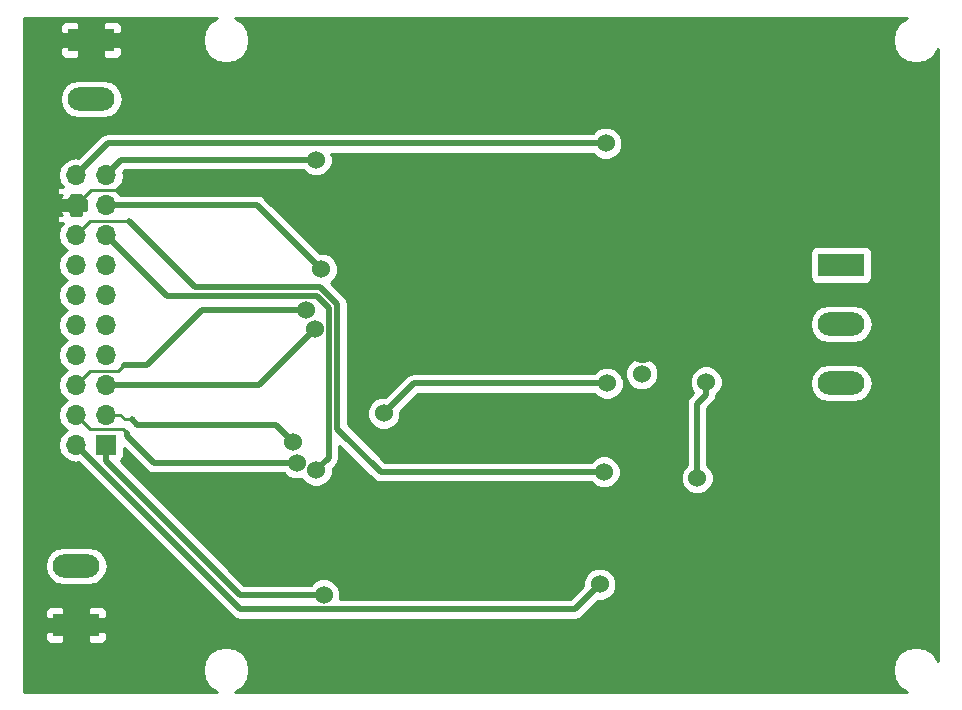
<source format=gbr>
G04 #@! TF.FileFunction,Copper,L2,Bot,Signal*
%FSLAX46Y46*%
G04 Gerber Fmt 4.6, Leading zero omitted, Abs format (unit mm)*
G04 Created by KiCad (PCBNEW 4.0.6) date 05/21/18 13:30:20*
%MOMM*%
%LPD*%
G01*
G04 APERTURE LIST*
%ADD10C,0.100000*%
%ADD11R,1.700000X1.700000*%
%ADD12O,1.700000X1.700000*%
%ADD13R,3.960000X1.980000*%
%ADD14O,3.960000X1.980000*%
%ADD15C,1.524000*%
%ADD16C,0.500000*%
%ADD17C,0.250000*%
%ADD18C,3.000000*%
%ADD19C,0.254000*%
G04 APERTURE END LIST*
D10*
D11*
X172720000Y-128270000D03*
D12*
X170180000Y-128270000D03*
X172720000Y-125730000D03*
X170180000Y-125730000D03*
X172720000Y-123190000D03*
X170180000Y-123190000D03*
X172720000Y-120650000D03*
X170180000Y-120650000D03*
X172720000Y-118110000D03*
X170180000Y-118110000D03*
X172720000Y-115570000D03*
X170180000Y-115570000D03*
X172720000Y-113030000D03*
X170180000Y-113030000D03*
X172720000Y-110490000D03*
X170180000Y-110490000D03*
X172720000Y-107950000D03*
X170180000Y-107950000D03*
X172720000Y-105410000D03*
X170180000Y-105410000D03*
D13*
X234950000Y-113030000D03*
D14*
X234950000Y-118030000D03*
X234950000Y-123030000D03*
D13*
X170180000Y-143510000D03*
D14*
X170180000Y-138510000D03*
D13*
X171450000Y-93980000D03*
D14*
X171450000Y-98980000D03*
D15*
X191135000Y-140970000D03*
X214503000Y-140081000D03*
X188563486Y-128047514D03*
X188849000Y-129794000D03*
X196215000Y-125603000D03*
X215138000Y-123063000D03*
X190373000Y-118491000D03*
X189611000Y-116840000D03*
X190500000Y-130429000D03*
X214884000Y-130556000D03*
X222758000Y-131064000D03*
X223520000Y-122936000D03*
X190950010Y-113411000D03*
X190500000Y-104140000D03*
X241300000Y-102870000D03*
X241300000Y-100330000D03*
X240790201Y-129540000D03*
X240790201Y-132208799D03*
X238760000Y-105410000D03*
X240790201Y-109424201D03*
X237871000Y-139700000D03*
X237871000Y-140922000D03*
X237871000Y-142574497D03*
X238760000Y-107394000D03*
X218061540Y-114300000D03*
X218061540Y-116840000D03*
X218061540Y-119380000D03*
X218061540Y-120508418D03*
X218061540Y-115570000D03*
X218061540Y-122232421D03*
X215011000Y-102743000D03*
D16*
X191135000Y-140970000D02*
X184070000Y-140970000D01*
X184070000Y-140970000D02*
X172720000Y-129620000D01*
X172720000Y-129620000D02*
X172720000Y-128270000D01*
X213741001Y-140842999D02*
X214503000Y-140081000D01*
X212401999Y-142182001D02*
X213741001Y-140842999D01*
X170180000Y-128270000D02*
X184092001Y-142182001D01*
X184092001Y-142182001D02*
X212401999Y-142182001D01*
D17*
X172720000Y-125730000D02*
X173922081Y-125730000D01*
X173922081Y-125730000D02*
X174303081Y-126111000D01*
X174303081Y-126111000D02*
X174879000Y-126111000D01*
D16*
X175321990Y-126553990D02*
X174879000Y-126111000D01*
X188563486Y-128047514D02*
X187069962Y-126553990D01*
X187069962Y-126553990D02*
X175321990Y-126553990D01*
D17*
X170180000Y-125730000D02*
X171355001Y-126905001D01*
X171355001Y-126905001D02*
X174149001Y-126905001D01*
X174149001Y-126905001D02*
X174498000Y-127254000D01*
D16*
X174498000Y-127537998D02*
X174498000Y-127254000D01*
X188849000Y-129794000D02*
X176754002Y-129794000D01*
X176754002Y-129794000D02*
X174498000Y-127537998D01*
X198755000Y-123063000D02*
X196215000Y-125603000D01*
X215138000Y-123063000D02*
X198755000Y-123063000D01*
X172720000Y-123190000D02*
X185674000Y-123190000D01*
X185674000Y-123190000D02*
X190373000Y-118491000D01*
D17*
X170180000Y-123190000D02*
X171355001Y-122014999D01*
X171355001Y-122014999D02*
X173768001Y-122014999D01*
X173768001Y-122014999D02*
X174244000Y-121539000D01*
D16*
X176149000Y-121539000D02*
X174244000Y-121539000D01*
X180848000Y-116840000D02*
X176149000Y-121539000D01*
X189611000Y-116840000D02*
X180848000Y-116840000D01*
X190500000Y-130429000D02*
X191585002Y-129343998D01*
X191585002Y-129343998D02*
X191585002Y-116639238D01*
X173569999Y-111339999D02*
X172720000Y-110490000D01*
X191585002Y-116639238D02*
X190573762Y-115627998D01*
X190573762Y-115627998D02*
X177857998Y-115627998D01*
X177857998Y-115627998D02*
X173569999Y-111339999D01*
X180237988Y-114927987D02*
X174625000Y-109314999D01*
X192285013Y-116349284D02*
X190863716Y-114927987D01*
X190863716Y-114927987D02*
X180237988Y-114927987D01*
X192285013Y-126880013D02*
X192285013Y-116349284D01*
X195961000Y-130556000D02*
X192285013Y-126880013D01*
X214884000Y-130556000D02*
X195961000Y-130556000D01*
D17*
X171355001Y-109314999D02*
X174625000Y-109314999D01*
X174625000Y-109314999D02*
X174719999Y-109314999D01*
X170180000Y-110490000D02*
X171355001Y-109314999D01*
D16*
X222758000Y-124775630D02*
X222758000Y-131064000D01*
X223520000Y-122936000D02*
X223520000Y-124013630D01*
X223520000Y-124013630D02*
X222758000Y-124775630D01*
X172720000Y-107950000D02*
X185489010Y-107950000D01*
X185489010Y-107950000D02*
X190188011Y-112649001D01*
X190188011Y-112649001D02*
X190950010Y-113411000D01*
X190500000Y-104140000D02*
X173990000Y-104140000D01*
X173990000Y-104140000D02*
X172720000Y-105410000D01*
X208341340Y-106680000D02*
X174244000Y-106680000D01*
D17*
X170180000Y-107950000D02*
X171450000Y-106680000D01*
X171450000Y-106680000D02*
X174244000Y-106680000D01*
D16*
X174244000Y-106680000D02*
X173990000Y-106680000D01*
X218061540Y-114300000D02*
X215961340Y-114300000D01*
X215961340Y-114300000D02*
X208341340Y-106680000D01*
D18*
X218061540Y-114300000D02*
X224967540Y-107394000D01*
X224967540Y-107394000D02*
X238760000Y-107394000D01*
X218061540Y-114300000D02*
X218061540Y-118588659D01*
X218061540Y-118588659D02*
X218061540Y-119770420D01*
D16*
X215011000Y-102743000D02*
X172847000Y-102743000D01*
X172847000Y-102743000D02*
X170180000Y-105410000D01*
D19*
G36*
X182122287Y-92150719D02*
X181479929Y-92579929D01*
X181050719Y-93222287D01*
X180900000Y-93980000D01*
X181050719Y-94737713D01*
X181479929Y-95380071D01*
X182122287Y-95809281D01*
X182880000Y-95960000D01*
X183637713Y-95809281D01*
X184280071Y-95380071D01*
X184709281Y-94737713D01*
X184860000Y-93980000D01*
X184709281Y-93222287D01*
X184280071Y-92579929D01*
X183637713Y-92150719D01*
X183634098Y-92150000D01*
X240545902Y-92150000D01*
X240542287Y-92150719D01*
X239899929Y-92579929D01*
X239470719Y-93222287D01*
X239320000Y-93980000D01*
X239470719Y-94737713D01*
X239899929Y-95380071D01*
X240542287Y-95809281D01*
X241300000Y-95960000D01*
X242057713Y-95809281D01*
X242700071Y-95380071D01*
X243129281Y-94737713D01*
X243130000Y-94734098D01*
X243130000Y-146565902D01*
X243129281Y-146562287D01*
X242700071Y-145919929D01*
X242057713Y-145490719D01*
X241300000Y-145340000D01*
X240542287Y-145490719D01*
X239899929Y-145919929D01*
X239470719Y-146562287D01*
X239320000Y-147320000D01*
X239470719Y-148077713D01*
X239899929Y-148720071D01*
X240542287Y-149149281D01*
X240545902Y-149150000D01*
X183634098Y-149150000D01*
X183637713Y-149149281D01*
X184280071Y-148720071D01*
X184709281Y-148077713D01*
X184860000Y-147320000D01*
X184709281Y-146562287D01*
X184280071Y-145919929D01*
X183637713Y-145490719D01*
X182880000Y-145340000D01*
X182122287Y-145490719D01*
X181479929Y-145919929D01*
X181050719Y-146562287D01*
X180900000Y-147320000D01*
X181050719Y-148077713D01*
X181479929Y-148720071D01*
X182122287Y-149149281D01*
X182125902Y-149150000D01*
X165810000Y-149150000D01*
X165810000Y-144163750D01*
X167565000Y-144163750D01*
X167565000Y-144626309D01*
X167661673Y-144859698D01*
X167840301Y-145038327D01*
X168073690Y-145135000D01*
X169031250Y-145135000D01*
X169190000Y-144976250D01*
X169190000Y-144005000D01*
X171170000Y-144005000D01*
X171170000Y-144976250D01*
X171328750Y-145135000D01*
X172286310Y-145135000D01*
X172519699Y-145038327D01*
X172698327Y-144859698D01*
X172795000Y-144626309D01*
X172795000Y-144163750D01*
X172636250Y-144005000D01*
X171170000Y-144005000D01*
X169190000Y-144005000D01*
X167723750Y-144005000D01*
X167565000Y-144163750D01*
X165810000Y-144163750D01*
X165810000Y-142393691D01*
X167565000Y-142393691D01*
X167565000Y-142856250D01*
X167723750Y-143015000D01*
X169190000Y-143015000D01*
X169190000Y-142043750D01*
X171170000Y-142043750D01*
X171170000Y-143015000D01*
X172636250Y-143015000D01*
X172795000Y-142856250D01*
X172795000Y-142393691D01*
X172698327Y-142160302D01*
X172519699Y-141981673D01*
X172286310Y-141885000D01*
X171328750Y-141885000D01*
X171170000Y-142043750D01*
X169190000Y-142043750D01*
X169031250Y-141885000D01*
X168073690Y-141885000D01*
X167840301Y-141981673D01*
X167661673Y-142160302D01*
X167565000Y-142393691D01*
X165810000Y-142393691D01*
X165810000Y-138510000D01*
X167513769Y-138510000D01*
X167637465Y-139131861D01*
X167989720Y-139659049D01*
X168516908Y-140011304D01*
X169138769Y-140135000D01*
X171221231Y-140135000D01*
X171843092Y-140011304D01*
X172370280Y-139659049D01*
X172722535Y-139131861D01*
X172846231Y-138510000D01*
X172722535Y-137888139D01*
X172370280Y-137360951D01*
X171843092Y-137008696D01*
X171221231Y-136885000D01*
X169138769Y-136885000D01*
X168516908Y-137008696D01*
X167989720Y-137360951D01*
X167637465Y-137888139D01*
X167513769Y-138510000D01*
X165810000Y-138510000D01*
X165810000Y-106465000D01*
X168552998Y-106465000D01*
X168552998Y-107100000D01*
X168979840Y-107100000D01*
X168841119Y-107307644D01*
X168923690Y-107525000D01*
X169755000Y-107525000D01*
X169755000Y-107100000D01*
X170605000Y-107100000D01*
X170605000Y-107525000D01*
X171030000Y-107525000D01*
X171030000Y-108375000D01*
X170605000Y-108375000D01*
X170605000Y-108800000D01*
X169755000Y-108800000D01*
X169755000Y-108375000D01*
X168923690Y-108375000D01*
X168841119Y-108592356D01*
X168979840Y-108800000D01*
X168552998Y-108800000D01*
X168552998Y-109435000D01*
X169108255Y-109435000D01*
X169100853Y-109439946D01*
X168778946Y-109921715D01*
X168665907Y-110490000D01*
X168778946Y-111058285D01*
X169100853Y-111540054D01*
X169430026Y-111760000D01*
X169100853Y-111979946D01*
X168778946Y-112461715D01*
X168665907Y-113030000D01*
X168778946Y-113598285D01*
X169100853Y-114080054D01*
X169430026Y-114300000D01*
X169100853Y-114519946D01*
X168778946Y-115001715D01*
X168665907Y-115570000D01*
X168778946Y-116138285D01*
X169100853Y-116620054D01*
X169430026Y-116840000D01*
X169100853Y-117059946D01*
X168778946Y-117541715D01*
X168665907Y-118110000D01*
X168778946Y-118678285D01*
X169100853Y-119160054D01*
X169430026Y-119380000D01*
X169100853Y-119599946D01*
X168778946Y-120081715D01*
X168665907Y-120650000D01*
X168778946Y-121218285D01*
X169100853Y-121700054D01*
X169430026Y-121920000D01*
X169100853Y-122139946D01*
X168778946Y-122621715D01*
X168665907Y-123190000D01*
X168778946Y-123758285D01*
X169100853Y-124240054D01*
X169430026Y-124460000D01*
X169100853Y-124679946D01*
X168778946Y-125161715D01*
X168665907Y-125730000D01*
X168778946Y-126298285D01*
X169100853Y-126780054D01*
X169430026Y-127000000D01*
X169100853Y-127219946D01*
X168778946Y-127701715D01*
X168665907Y-128270000D01*
X168778946Y-128838285D01*
X169100853Y-129320054D01*
X169582622Y-129641961D01*
X170150907Y-129755000D01*
X170209093Y-129755000D01*
X170379520Y-129721100D01*
X183466209Y-142807788D01*
X183466211Y-142807791D01*
X183753326Y-142999634D01*
X184092001Y-143067001D01*
X212401994Y-143067001D01*
X212401999Y-143067002D01*
X212684483Y-143010811D01*
X212740674Y-142999634D01*
X213027789Y-142807791D01*
X213027790Y-142807790D01*
X214357705Y-141477874D01*
X214779661Y-141478242D01*
X215293303Y-141266010D01*
X215686629Y-140873370D01*
X215899757Y-140360100D01*
X215900242Y-139804339D01*
X215688010Y-139290697D01*
X215295370Y-138897371D01*
X214782100Y-138684243D01*
X214226339Y-138683758D01*
X213712697Y-138895990D01*
X213319371Y-139288630D01*
X213106243Y-139801900D01*
X213105872Y-140226549D01*
X212035419Y-141297001D01*
X192511867Y-141297001D01*
X192531757Y-141249100D01*
X192532242Y-140693339D01*
X192320010Y-140179697D01*
X191927370Y-139786371D01*
X191414100Y-139573243D01*
X190858339Y-139572758D01*
X190344697Y-139784990D01*
X190044163Y-140085000D01*
X184436579Y-140085000D01*
X173969252Y-129617672D01*
X174021441Y-129584090D01*
X174166431Y-129371890D01*
X174217440Y-129120000D01*
X174217440Y-128509018D01*
X176128210Y-130419787D01*
X176128212Y-130419790D01*
X176415327Y-130611633D01*
X176471518Y-130622810D01*
X176754002Y-130679001D01*
X176754007Y-130679000D01*
X187758522Y-130679000D01*
X188056630Y-130977629D01*
X188569900Y-131190757D01*
X189125661Y-131191242D01*
X189277477Y-131128513D01*
X189314990Y-131219303D01*
X189707630Y-131612629D01*
X190220900Y-131825757D01*
X190776661Y-131826242D01*
X191290303Y-131614010D01*
X191683629Y-131221370D01*
X191896757Y-130708100D01*
X191897128Y-130283452D01*
X192210789Y-129969790D01*
X192210792Y-129969788D01*
X192345996Y-129767440D01*
X192402636Y-129682672D01*
X192470003Y-129343998D01*
X192470002Y-129343993D01*
X192470002Y-128316582D01*
X195335208Y-131181787D01*
X195335210Y-131181790D01*
X195622325Y-131373633D01*
X195678516Y-131384810D01*
X195961000Y-131441001D01*
X195961005Y-131441000D01*
X213793522Y-131441000D01*
X214091630Y-131739629D01*
X214604900Y-131952757D01*
X215160661Y-131953242D01*
X215674303Y-131741010D01*
X216067629Y-131348370D01*
X216070830Y-131340661D01*
X221360758Y-131340661D01*
X221572990Y-131854303D01*
X221965630Y-132247629D01*
X222478900Y-132460757D01*
X223034661Y-132461242D01*
X223548303Y-132249010D01*
X223941629Y-131856370D01*
X224154757Y-131343100D01*
X224155242Y-130787339D01*
X223943010Y-130273697D01*
X223643000Y-129973163D01*
X223643000Y-125142210D01*
X224145787Y-124639422D01*
X224145790Y-124639420D01*
X224337633Y-124352305D01*
X224358379Y-124248010D01*
X224401812Y-124029660D01*
X224703629Y-123728370D01*
X224916757Y-123215100D01*
X224916918Y-123030000D01*
X232283769Y-123030000D01*
X232407465Y-123651861D01*
X232759720Y-124179049D01*
X233286908Y-124531304D01*
X233908769Y-124655000D01*
X235991231Y-124655000D01*
X236613092Y-124531304D01*
X237140280Y-124179049D01*
X237492535Y-123651861D01*
X237616231Y-123030000D01*
X237492535Y-122408139D01*
X237140280Y-121880951D01*
X236613092Y-121528696D01*
X235991231Y-121405000D01*
X233908769Y-121405000D01*
X233286908Y-121528696D01*
X232759720Y-121880951D01*
X232407465Y-122408139D01*
X232283769Y-123030000D01*
X224916918Y-123030000D01*
X224917242Y-122659339D01*
X224705010Y-122145697D01*
X224312370Y-121752371D01*
X223799100Y-121539243D01*
X223243339Y-121538758D01*
X222729697Y-121750990D01*
X222336371Y-122143630D01*
X222123243Y-122656900D01*
X222122758Y-123212661D01*
X222334990Y-123726303D01*
X222445272Y-123836778D01*
X222132210Y-124149840D01*
X221940367Y-124436955D01*
X221940367Y-124436956D01*
X221872999Y-124775630D01*
X221873000Y-124775635D01*
X221873000Y-129973522D01*
X221574371Y-130271630D01*
X221361243Y-130784900D01*
X221360758Y-131340661D01*
X216070830Y-131340661D01*
X216280757Y-130835100D01*
X216281242Y-130279339D01*
X216069010Y-129765697D01*
X215676370Y-129372371D01*
X215163100Y-129159243D01*
X214607339Y-129158758D01*
X214093697Y-129370990D01*
X213793163Y-129671000D01*
X196327579Y-129671000D01*
X193170013Y-126513433D01*
X193170013Y-125879661D01*
X194817758Y-125879661D01*
X195029990Y-126393303D01*
X195422630Y-126786629D01*
X195935900Y-126999757D01*
X196491661Y-127000242D01*
X197005303Y-126788010D01*
X197398629Y-126395370D01*
X197611757Y-125882100D01*
X197612128Y-125457452D01*
X199121579Y-123948000D01*
X214047522Y-123948000D01*
X214345630Y-124246629D01*
X214858900Y-124459757D01*
X215414661Y-124460242D01*
X215928303Y-124248010D01*
X216321629Y-123855370D01*
X216534757Y-123342100D01*
X216535242Y-122786339D01*
X216420683Y-122509082D01*
X216664298Y-122509082D01*
X216876530Y-123022724D01*
X217269170Y-123416050D01*
X217782440Y-123629178D01*
X218338201Y-123629663D01*
X218851843Y-123417431D01*
X219245169Y-123024791D01*
X219458297Y-122511521D01*
X219458782Y-121955760D01*
X219246550Y-121442118D01*
X218853910Y-121048792D01*
X218340640Y-120835664D01*
X217784879Y-120835179D01*
X217271237Y-121047411D01*
X216877911Y-121440051D01*
X216664783Y-121953321D01*
X216664298Y-122509082D01*
X216420683Y-122509082D01*
X216323010Y-122272697D01*
X215930370Y-121879371D01*
X215417100Y-121666243D01*
X214861339Y-121665758D01*
X214347697Y-121877990D01*
X214047163Y-122178000D01*
X198755000Y-122178000D01*
X198416325Y-122245367D01*
X198129210Y-122437210D01*
X198129208Y-122437213D01*
X196360294Y-124206126D01*
X195938339Y-124205758D01*
X195424697Y-124417990D01*
X195031371Y-124810630D01*
X194818243Y-125323900D01*
X194817758Y-125879661D01*
X193170013Y-125879661D01*
X193170013Y-118030000D01*
X232283769Y-118030000D01*
X232407465Y-118651861D01*
X232759720Y-119179049D01*
X233286908Y-119531304D01*
X233908769Y-119655000D01*
X235991231Y-119655000D01*
X236613092Y-119531304D01*
X237140280Y-119179049D01*
X237492535Y-118651861D01*
X237616231Y-118030000D01*
X237492535Y-117408139D01*
X237140280Y-116880951D01*
X236613092Y-116528696D01*
X235991231Y-116405000D01*
X233908769Y-116405000D01*
X233286908Y-116528696D01*
X232759720Y-116880951D01*
X232407465Y-117408139D01*
X232283769Y-118030000D01*
X193170013Y-118030000D01*
X193170013Y-116349284D01*
X193102646Y-116010609D01*
X192910803Y-115723494D01*
X192910800Y-115723492D01*
X191761835Y-114574526D01*
X192133639Y-114203370D01*
X192346767Y-113690100D01*
X192347252Y-113134339D01*
X192135020Y-112620697D01*
X191742380Y-112227371D01*
X191291140Y-112040000D01*
X232322560Y-112040000D01*
X232322560Y-114020000D01*
X232366838Y-114255317D01*
X232505910Y-114471441D01*
X232718110Y-114616431D01*
X232970000Y-114667440D01*
X236930000Y-114667440D01*
X237165317Y-114623162D01*
X237381441Y-114484090D01*
X237526431Y-114271890D01*
X237577440Y-114020000D01*
X237577440Y-112040000D01*
X237533162Y-111804683D01*
X237394090Y-111588559D01*
X237181890Y-111443569D01*
X236930000Y-111392560D01*
X232970000Y-111392560D01*
X232734683Y-111436838D01*
X232518559Y-111575910D01*
X232373569Y-111788110D01*
X232322560Y-112040000D01*
X191291140Y-112040000D01*
X191229110Y-112014243D01*
X190804461Y-112013872D01*
X186114800Y-107324210D01*
X186090007Y-107307644D01*
X185827685Y-107132367D01*
X185771494Y-107121190D01*
X185489010Y-107064999D01*
X185489005Y-107065000D01*
X173909432Y-107065000D01*
X173799147Y-106899946D01*
X173469974Y-106680000D01*
X173799147Y-106460054D01*
X174121054Y-105978285D01*
X174234093Y-105410000D01*
X174190539Y-105191040D01*
X174356579Y-105025000D01*
X189409522Y-105025000D01*
X189707630Y-105323629D01*
X190220900Y-105536757D01*
X190776661Y-105537242D01*
X191290303Y-105325010D01*
X191683629Y-104932370D01*
X191896757Y-104419100D01*
X191897242Y-103863339D01*
X191800002Y-103628000D01*
X213920522Y-103628000D01*
X214218630Y-103926629D01*
X214731900Y-104139757D01*
X215287661Y-104140242D01*
X215801303Y-103928010D01*
X216194629Y-103535370D01*
X216407757Y-103022100D01*
X216408242Y-102466339D01*
X216196010Y-101952697D01*
X215803370Y-101559371D01*
X215290100Y-101346243D01*
X214734339Y-101345758D01*
X214220697Y-101557990D01*
X213920163Y-101858000D01*
X172847005Y-101858000D01*
X172847000Y-101857999D01*
X172508326Y-101925366D01*
X172413054Y-101989025D01*
X172221210Y-102117210D01*
X172221208Y-102117213D01*
X170379520Y-103958900D01*
X170209093Y-103925000D01*
X170150907Y-103925000D01*
X169582622Y-104038039D01*
X169100853Y-104359946D01*
X168778946Y-104841715D01*
X168665907Y-105410000D01*
X168778946Y-105978285D01*
X169100853Y-106460054D01*
X169108255Y-106465000D01*
X168552998Y-106465000D01*
X165810000Y-106465000D01*
X165810000Y-98980000D01*
X168783769Y-98980000D01*
X168907465Y-99601861D01*
X169259720Y-100129049D01*
X169786908Y-100481304D01*
X170408769Y-100605000D01*
X172491231Y-100605000D01*
X173113092Y-100481304D01*
X173640280Y-100129049D01*
X173992535Y-99601861D01*
X174116231Y-98980000D01*
X173992535Y-98358139D01*
X173640280Y-97830951D01*
X173113092Y-97478696D01*
X172491231Y-97355000D01*
X170408769Y-97355000D01*
X169786908Y-97478696D01*
X169259720Y-97830951D01*
X168907465Y-98358139D01*
X168783769Y-98980000D01*
X165810000Y-98980000D01*
X165810000Y-94633750D01*
X168835000Y-94633750D01*
X168835000Y-95096309D01*
X168931673Y-95329698D01*
X169110301Y-95508327D01*
X169343690Y-95605000D01*
X170301250Y-95605000D01*
X170460000Y-95446250D01*
X170460000Y-94475000D01*
X172440000Y-94475000D01*
X172440000Y-95446250D01*
X172598750Y-95605000D01*
X173556310Y-95605000D01*
X173789699Y-95508327D01*
X173968327Y-95329698D01*
X174065000Y-95096309D01*
X174065000Y-94633750D01*
X173906250Y-94475000D01*
X172440000Y-94475000D01*
X170460000Y-94475000D01*
X168993750Y-94475000D01*
X168835000Y-94633750D01*
X165810000Y-94633750D01*
X165810000Y-92863691D01*
X168835000Y-92863691D01*
X168835000Y-93326250D01*
X168993750Y-93485000D01*
X170460000Y-93485000D01*
X170460000Y-92513750D01*
X172440000Y-92513750D01*
X172440000Y-93485000D01*
X173906250Y-93485000D01*
X174065000Y-93326250D01*
X174065000Y-92863691D01*
X173968327Y-92630302D01*
X173789699Y-92451673D01*
X173556310Y-92355000D01*
X172598750Y-92355000D01*
X172440000Y-92513750D01*
X170460000Y-92513750D01*
X170301250Y-92355000D01*
X169343690Y-92355000D01*
X169110301Y-92451673D01*
X168931673Y-92630302D01*
X168835000Y-92863691D01*
X165810000Y-92863691D01*
X165810000Y-92150000D01*
X182125902Y-92150000D01*
X182122287Y-92150719D01*
X182122287Y-92150719D01*
G37*
X182122287Y-92150719D02*
X181479929Y-92579929D01*
X181050719Y-93222287D01*
X180900000Y-93980000D01*
X181050719Y-94737713D01*
X181479929Y-95380071D01*
X182122287Y-95809281D01*
X182880000Y-95960000D01*
X183637713Y-95809281D01*
X184280071Y-95380071D01*
X184709281Y-94737713D01*
X184860000Y-93980000D01*
X184709281Y-93222287D01*
X184280071Y-92579929D01*
X183637713Y-92150719D01*
X183634098Y-92150000D01*
X240545902Y-92150000D01*
X240542287Y-92150719D01*
X239899929Y-92579929D01*
X239470719Y-93222287D01*
X239320000Y-93980000D01*
X239470719Y-94737713D01*
X239899929Y-95380071D01*
X240542287Y-95809281D01*
X241300000Y-95960000D01*
X242057713Y-95809281D01*
X242700071Y-95380071D01*
X243129281Y-94737713D01*
X243130000Y-94734098D01*
X243130000Y-146565902D01*
X243129281Y-146562287D01*
X242700071Y-145919929D01*
X242057713Y-145490719D01*
X241300000Y-145340000D01*
X240542287Y-145490719D01*
X239899929Y-145919929D01*
X239470719Y-146562287D01*
X239320000Y-147320000D01*
X239470719Y-148077713D01*
X239899929Y-148720071D01*
X240542287Y-149149281D01*
X240545902Y-149150000D01*
X183634098Y-149150000D01*
X183637713Y-149149281D01*
X184280071Y-148720071D01*
X184709281Y-148077713D01*
X184860000Y-147320000D01*
X184709281Y-146562287D01*
X184280071Y-145919929D01*
X183637713Y-145490719D01*
X182880000Y-145340000D01*
X182122287Y-145490719D01*
X181479929Y-145919929D01*
X181050719Y-146562287D01*
X180900000Y-147320000D01*
X181050719Y-148077713D01*
X181479929Y-148720071D01*
X182122287Y-149149281D01*
X182125902Y-149150000D01*
X165810000Y-149150000D01*
X165810000Y-144163750D01*
X167565000Y-144163750D01*
X167565000Y-144626309D01*
X167661673Y-144859698D01*
X167840301Y-145038327D01*
X168073690Y-145135000D01*
X169031250Y-145135000D01*
X169190000Y-144976250D01*
X169190000Y-144005000D01*
X171170000Y-144005000D01*
X171170000Y-144976250D01*
X171328750Y-145135000D01*
X172286310Y-145135000D01*
X172519699Y-145038327D01*
X172698327Y-144859698D01*
X172795000Y-144626309D01*
X172795000Y-144163750D01*
X172636250Y-144005000D01*
X171170000Y-144005000D01*
X169190000Y-144005000D01*
X167723750Y-144005000D01*
X167565000Y-144163750D01*
X165810000Y-144163750D01*
X165810000Y-142393691D01*
X167565000Y-142393691D01*
X167565000Y-142856250D01*
X167723750Y-143015000D01*
X169190000Y-143015000D01*
X169190000Y-142043750D01*
X171170000Y-142043750D01*
X171170000Y-143015000D01*
X172636250Y-143015000D01*
X172795000Y-142856250D01*
X172795000Y-142393691D01*
X172698327Y-142160302D01*
X172519699Y-141981673D01*
X172286310Y-141885000D01*
X171328750Y-141885000D01*
X171170000Y-142043750D01*
X169190000Y-142043750D01*
X169031250Y-141885000D01*
X168073690Y-141885000D01*
X167840301Y-141981673D01*
X167661673Y-142160302D01*
X167565000Y-142393691D01*
X165810000Y-142393691D01*
X165810000Y-138510000D01*
X167513769Y-138510000D01*
X167637465Y-139131861D01*
X167989720Y-139659049D01*
X168516908Y-140011304D01*
X169138769Y-140135000D01*
X171221231Y-140135000D01*
X171843092Y-140011304D01*
X172370280Y-139659049D01*
X172722535Y-139131861D01*
X172846231Y-138510000D01*
X172722535Y-137888139D01*
X172370280Y-137360951D01*
X171843092Y-137008696D01*
X171221231Y-136885000D01*
X169138769Y-136885000D01*
X168516908Y-137008696D01*
X167989720Y-137360951D01*
X167637465Y-137888139D01*
X167513769Y-138510000D01*
X165810000Y-138510000D01*
X165810000Y-106465000D01*
X168552998Y-106465000D01*
X168552998Y-107100000D01*
X168979840Y-107100000D01*
X168841119Y-107307644D01*
X168923690Y-107525000D01*
X169755000Y-107525000D01*
X169755000Y-107100000D01*
X170605000Y-107100000D01*
X170605000Y-107525000D01*
X171030000Y-107525000D01*
X171030000Y-108375000D01*
X170605000Y-108375000D01*
X170605000Y-108800000D01*
X169755000Y-108800000D01*
X169755000Y-108375000D01*
X168923690Y-108375000D01*
X168841119Y-108592356D01*
X168979840Y-108800000D01*
X168552998Y-108800000D01*
X168552998Y-109435000D01*
X169108255Y-109435000D01*
X169100853Y-109439946D01*
X168778946Y-109921715D01*
X168665907Y-110490000D01*
X168778946Y-111058285D01*
X169100853Y-111540054D01*
X169430026Y-111760000D01*
X169100853Y-111979946D01*
X168778946Y-112461715D01*
X168665907Y-113030000D01*
X168778946Y-113598285D01*
X169100853Y-114080054D01*
X169430026Y-114300000D01*
X169100853Y-114519946D01*
X168778946Y-115001715D01*
X168665907Y-115570000D01*
X168778946Y-116138285D01*
X169100853Y-116620054D01*
X169430026Y-116840000D01*
X169100853Y-117059946D01*
X168778946Y-117541715D01*
X168665907Y-118110000D01*
X168778946Y-118678285D01*
X169100853Y-119160054D01*
X169430026Y-119380000D01*
X169100853Y-119599946D01*
X168778946Y-120081715D01*
X168665907Y-120650000D01*
X168778946Y-121218285D01*
X169100853Y-121700054D01*
X169430026Y-121920000D01*
X169100853Y-122139946D01*
X168778946Y-122621715D01*
X168665907Y-123190000D01*
X168778946Y-123758285D01*
X169100853Y-124240054D01*
X169430026Y-124460000D01*
X169100853Y-124679946D01*
X168778946Y-125161715D01*
X168665907Y-125730000D01*
X168778946Y-126298285D01*
X169100853Y-126780054D01*
X169430026Y-127000000D01*
X169100853Y-127219946D01*
X168778946Y-127701715D01*
X168665907Y-128270000D01*
X168778946Y-128838285D01*
X169100853Y-129320054D01*
X169582622Y-129641961D01*
X170150907Y-129755000D01*
X170209093Y-129755000D01*
X170379520Y-129721100D01*
X183466209Y-142807788D01*
X183466211Y-142807791D01*
X183753326Y-142999634D01*
X184092001Y-143067001D01*
X212401994Y-143067001D01*
X212401999Y-143067002D01*
X212684483Y-143010811D01*
X212740674Y-142999634D01*
X213027789Y-142807791D01*
X213027790Y-142807790D01*
X214357705Y-141477874D01*
X214779661Y-141478242D01*
X215293303Y-141266010D01*
X215686629Y-140873370D01*
X215899757Y-140360100D01*
X215900242Y-139804339D01*
X215688010Y-139290697D01*
X215295370Y-138897371D01*
X214782100Y-138684243D01*
X214226339Y-138683758D01*
X213712697Y-138895990D01*
X213319371Y-139288630D01*
X213106243Y-139801900D01*
X213105872Y-140226549D01*
X212035419Y-141297001D01*
X192511867Y-141297001D01*
X192531757Y-141249100D01*
X192532242Y-140693339D01*
X192320010Y-140179697D01*
X191927370Y-139786371D01*
X191414100Y-139573243D01*
X190858339Y-139572758D01*
X190344697Y-139784990D01*
X190044163Y-140085000D01*
X184436579Y-140085000D01*
X173969252Y-129617672D01*
X174021441Y-129584090D01*
X174166431Y-129371890D01*
X174217440Y-129120000D01*
X174217440Y-128509018D01*
X176128210Y-130419787D01*
X176128212Y-130419790D01*
X176415327Y-130611633D01*
X176471518Y-130622810D01*
X176754002Y-130679001D01*
X176754007Y-130679000D01*
X187758522Y-130679000D01*
X188056630Y-130977629D01*
X188569900Y-131190757D01*
X189125661Y-131191242D01*
X189277477Y-131128513D01*
X189314990Y-131219303D01*
X189707630Y-131612629D01*
X190220900Y-131825757D01*
X190776661Y-131826242D01*
X191290303Y-131614010D01*
X191683629Y-131221370D01*
X191896757Y-130708100D01*
X191897128Y-130283452D01*
X192210789Y-129969790D01*
X192210792Y-129969788D01*
X192345996Y-129767440D01*
X192402636Y-129682672D01*
X192470003Y-129343998D01*
X192470002Y-129343993D01*
X192470002Y-128316582D01*
X195335208Y-131181787D01*
X195335210Y-131181790D01*
X195622325Y-131373633D01*
X195678516Y-131384810D01*
X195961000Y-131441001D01*
X195961005Y-131441000D01*
X213793522Y-131441000D01*
X214091630Y-131739629D01*
X214604900Y-131952757D01*
X215160661Y-131953242D01*
X215674303Y-131741010D01*
X216067629Y-131348370D01*
X216070830Y-131340661D01*
X221360758Y-131340661D01*
X221572990Y-131854303D01*
X221965630Y-132247629D01*
X222478900Y-132460757D01*
X223034661Y-132461242D01*
X223548303Y-132249010D01*
X223941629Y-131856370D01*
X224154757Y-131343100D01*
X224155242Y-130787339D01*
X223943010Y-130273697D01*
X223643000Y-129973163D01*
X223643000Y-125142210D01*
X224145787Y-124639422D01*
X224145790Y-124639420D01*
X224337633Y-124352305D01*
X224358379Y-124248010D01*
X224401812Y-124029660D01*
X224703629Y-123728370D01*
X224916757Y-123215100D01*
X224916918Y-123030000D01*
X232283769Y-123030000D01*
X232407465Y-123651861D01*
X232759720Y-124179049D01*
X233286908Y-124531304D01*
X233908769Y-124655000D01*
X235991231Y-124655000D01*
X236613092Y-124531304D01*
X237140280Y-124179049D01*
X237492535Y-123651861D01*
X237616231Y-123030000D01*
X237492535Y-122408139D01*
X237140280Y-121880951D01*
X236613092Y-121528696D01*
X235991231Y-121405000D01*
X233908769Y-121405000D01*
X233286908Y-121528696D01*
X232759720Y-121880951D01*
X232407465Y-122408139D01*
X232283769Y-123030000D01*
X224916918Y-123030000D01*
X224917242Y-122659339D01*
X224705010Y-122145697D01*
X224312370Y-121752371D01*
X223799100Y-121539243D01*
X223243339Y-121538758D01*
X222729697Y-121750990D01*
X222336371Y-122143630D01*
X222123243Y-122656900D01*
X222122758Y-123212661D01*
X222334990Y-123726303D01*
X222445272Y-123836778D01*
X222132210Y-124149840D01*
X221940367Y-124436955D01*
X221940367Y-124436956D01*
X221872999Y-124775630D01*
X221873000Y-124775635D01*
X221873000Y-129973522D01*
X221574371Y-130271630D01*
X221361243Y-130784900D01*
X221360758Y-131340661D01*
X216070830Y-131340661D01*
X216280757Y-130835100D01*
X216281242Y-130279339D01*
X216069010Y-129765697D01*
X215676370Y-129372371D01*
X215163100Y-129159243D01*
X214607339Y-129158758D01*
X214093697Y-129370990D01*
X213793163Y-129671000D01*
X196327579Y-129671000D01*
X193170013Y-126513433D01*
X193170013Y-125879661D01*
X194817758Y-125879661D01*
X195029990Y-126393303D01*
X195422630Y-126786629D01*
X195935900Y-126999757D01*
X196491661Y-127000242D01*
X197005303Y-126788010D01*
X197398629Y-126395370D01*
X197611757Y-125882100D01*
X197612128Y-125457452D01*
X199121579Y-123948000D01*
X214047522Y-123948000D01*
X214345630Y-124246629D01*
X214858900Y-124459757D01*
X215414661Y-124460242D01*
X215928303Y-124248010D01*
X216321629Y-123855370D01*
X216534757Y-123342100D01*
X216535242Y-122786339D01*
X216420683Y-122509082D01*
X216664298Y-122509082D01*
X216876530Y-123022724D01*
X217269170Y-123416050D01*
X217782440Y-123629178D01*
X218338201Y-123629663D01*
X218851843Y-123417431D01*
X219245169Y-123024791D01*
X219458297Y-122511521D01*
X219458782Y-121955760D01*
X219246550Y-121442118D01*
X218853910Y-121048792D01*
X218340640Y-120835664D01*
X217784879Y-120835179D01*
X217271237Y-121047411D01*
X216877911Y-121440051D01*
X216664783Y-121953321D01*
X216664298Y-122509082D01*
X216420683Y-122509082D01*
X216323010Y-122272697D01*
X215930370Y-121879371D01*
X215417100Y-121666243D01*
X214861339Y-121665758D01*
X214347697Y-121877990D01*
X214047163Y-122178000D01*
X198755000Y-122178000D01*
X198416325Y-122245367D01*
X198129210Y-122437210D01*
X198129208Y-122437213D01*
X196360294Y-124206126D01*
X195938339Y-124205758D01*
X195424697Y-124417990D01*
X195031371Y-124810630D01*
X194818243Y-125323900D01*
X194817758Y-125879661D01*
X193170013Y-125879661D01*
X193170013Y-118030000D01*
X232283769Y-118030000D01*
X232407465Y-118651861D01*
X232759720Y-119179049D01*
X233286908Y-119531304D01*
X233908769Y-119655000D01*
X235991231Y-119655000D01*
X236613092Y-119531304D01*
X237140280Y-119179049D01*
X237492535Y-118651861D01*
X237616231Y-118030000D01*
X237492535Y-117408139D01*
X237140280Y-116880951D01*
X236613092Y-116528696D01*
X235991231Y-116405000D01*
X233908769Y-116405000D01*
X233286908Y-116528696D01*
X232759720Y-116880951D01*
X232407465Y-117408139D01*
X232283769Y-118030000D01*
X193170013Y-118030000D01*
X193170013Y-116349284D01*
X193102646Y-116010609D01*
X192910803Y-115723494D01*
X192910800Y-115723492D01*
X191761835Y-114574526D01*
X192133639Y-114203370D01*
X192346767Y-113690100D01*
X192347252Y-113134339D01*
X192135020Y-112620697D01*
X191742380Y-112227371D01*
X191291140Y-112040000D01*
X232322560Y-112040000D01*
X232322560Y-114020000D01*
X232366838Y-114255317D01*
X232505910Y-114471441D01*
X232718110Y-114616431D01*
X232970000Y-114667440D01*
X236930000Y-114667440D01*
X237165317Y-114623162D01*
X237381441Y-114484090D01*
X237526431Y-114271890D01*
X237577440Y-114020000D01*
X237577440Y-112040000D01*
X237533162Y-111804683D01*
X237394090Y-111588559D01*
X237181890Y-111443569D01*
X236930000Y-111392560D01*
X232970000Y-111392560D01*
X232734683Y-111436838D01*
X232518559Y-111575910D01*
X232373569Y-111788110D01*
X232322560Y-112040000D01*
X191291140Y-112040000D01*
X191229110Y-112014243D01*
X190804461Y-112013872D01*
X186114800Y-107324210D01*
X186090007Y-107307644D01*
X185827685Y-107132367D01*
X185771494Y-107121190D01*
X185489010Y-107064999D01*
X185489005Y-107065000D01*
X173909432Y-107065000D01*
X173799147Y-106899946D01*
X173469974Y-106680000D01*
X173799147Y-106460054D01*
X174121054Y-105978285D01*
X174234093Y-105410000D01*
X174190539Y-105191040D01*
X174356579Y-105025000D01*
X189409522Y-105025000D01*
X189707630Y-105323629D01*
X190220900Y-105536757D01*
X190776661Y-105537242D01*
X191290303Y-105325010D01*
X191683629Y-104932370D01*
X191896757Y-104419100D01*
X191897242Y-103863339D01*
X191800002Y-103628000D01*
X213920522Y-103628000D01*
X214218630Y-103926629D01*
X214731900Y-104139757D01*
X215287661Y-104140242D01*
X215801303Y-103928010D01*
X216194629Y-103535370D01*
X216407757Y-103022100D01*
X216408242Y-102466339D01*
X216196010Y-101952697D01*
X215803370Y-101559371D01*
X215290100Y-101346243D01*
X214734339Y-101345758D01*
X214220697Y-101557990D01*
X213920163Y-101858000D01*
X172847005Y-101858000D01*
X172847000Y-101857999D01*
X172508326Y-101925366D01*
X172413054Y-101989025D01*
X172221210Y-102117210D01*
X172221208Y-102117213D01*
X170379520Y-103958900D01*
X170209093Y-103925000D01*
X170150907Y-103925000D01*
X169582622Y-104038039D01*
X169100853Y-104359946D01*
X168778946Y-104841715D01*
X168665907Y-105410000D01*
X168778946Y-105978285D01*
X169100853Y-106460054D01*
X169108255Y-106465000D01*
X168552998Y-106465000D01*
X165810000Y-106465000D01*
X165810000Y-98980000D01*
X168783769Y-98980000D01*
X168907465Y-99601861D01*
X169259720Y-100129049D01*
X169786908Y-100481304D01*
X170408769Y-100605000D01*
X172491231Y-100605000D01*
X173113092Y-100481304D01*
X173640280Y-100129049D01*
X173992535Y-99601861D01*
X174116231Y-98980000D01*
X173992535Y-98358139D01*
X173640280Y-97830951D01*
X173113092Y-97478696D01*
X172491231Y-97355000D01*
X170408769Y-97355000D01*
X169786908Y-97478696D01*
X169259720Y-97830951D01*
X168907465Y-98358139D01*
X168783769Y-98980000D01*
X165810000Y-98980000D01*
X165810000Y-94633750D01*
X168835000Y-94633750D01*
X168835000Y-95096309D01*
X168931673Y-95329698D01*
X169110301Y-95508327D01*
X169343690Y-95605000D01*
X170301250Y-95605000D01*
X170460000Y-95446250D01*
X170460000Y-94475000D01*
X172440000Y-94475000D01*
X172440000Y-95446250D01*
X172598750Y-95605000D01*
X173556310Y-95605000D01*
X173789699Y-95508327D01*
X173968327Y-95329698D01*
X174065000Y-95096309D01*
X174065000Y-94633750D01*
X173906250Y-94475000D01*
X172440000Y-94475000D01*
X170460000Y-94475000D01*
X168993750Y-94475000D01*
X168835000Y-94633750D01*
X165810000Y-94633750D01*
X165810000Y-92863691D01*
X168835000Y-92863691D01*
X168835000Y-93326250D01*
X168993750Y-93485000D01*
X170460000Y-93485000D01*
X170460000Y-92513750D01*
X172440000Y-92513750D01*
X172440000Y-93485000D01*
X173906250Y-93485000D01*
X174065000Y-93326250D01*
X174065000Y-92863691D01*
X173968327Y-92630302D01*
X173789699Y-92451673D01*
X173556310Y-92355000D01*
X172598750Y-92355000D01*
X172440000Y-92513750D01*
X170460000Y-92513750D01*
X170301250Y-92355000D01*
X169343690Y-92355000D01*
X169110301Y-92451673D01*
X168931673Y-92630302D01*
X168835000Y-92863691D01*
X165810000Y-92863691D01*
X165810000Y-92150000D01*
X182125902Y-92150000D01*
X182122287Y-92150719D01*
M02*

</source>
